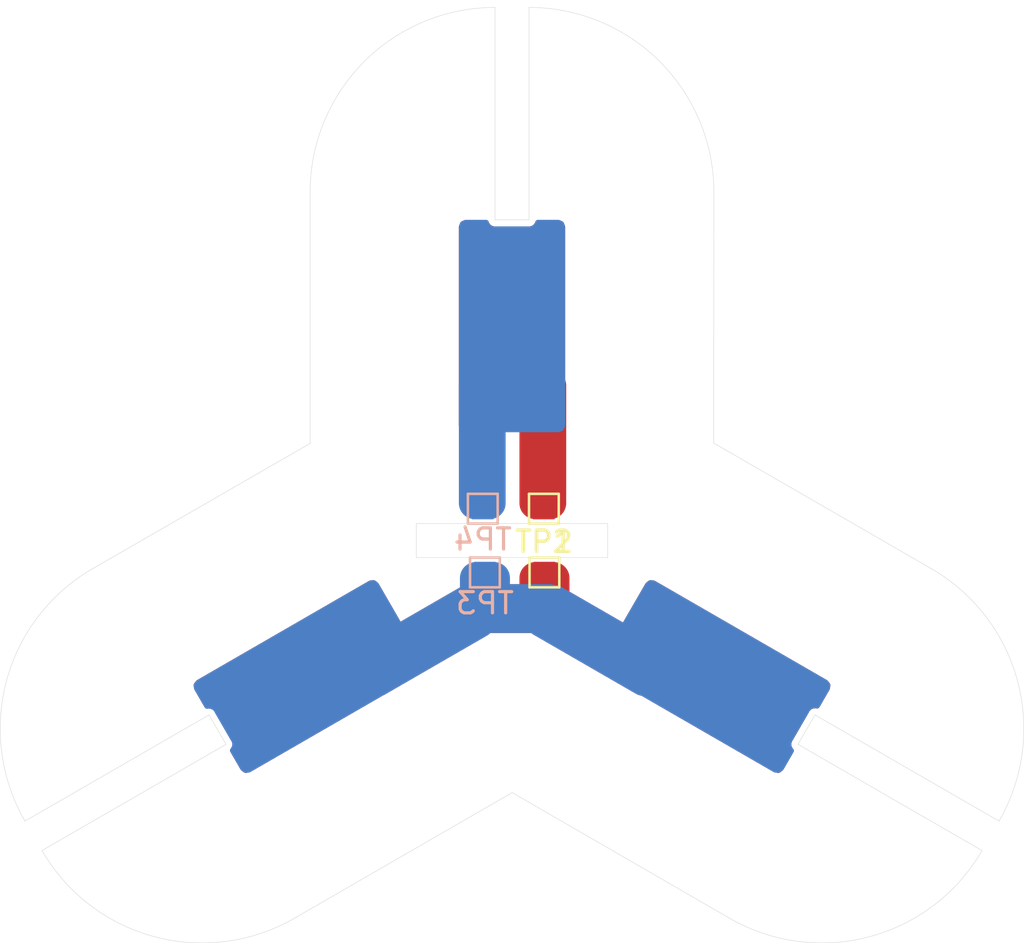
<source format=kicad_pcb>
(kicad_pcb (version 20171130) (host pcbnew "(5.0.2)-1")

  (general
    (thickness 1.6)
    (drawings 30)
    (tracks 44)
    (zones 0)
    (modules 10)
    (nets 3)
  )

  (page A4)
  (layers
    (0 F.Cu signal)
    (31 B.Cu signal)
    (32 B.Adhes user)
    (33 F.Adhes user)
    (34 B.Paste user)
    (35 F.Paste user)
    (36 B.SilkS user)
    (37 F.SilkS user)
    (38 B.Mask user)
    (39 F.Mask user)
    (40 Dwgs.User user)
    (41 Cmts.User user)
    (42 Eco1.User user)
    (43 Eco2.User user)
    (44 Edge.Cuts user)
    (45 Margin user)
    (46 B.CrtYd user hide)
    (47 F.CrtYd user hide)
    (48 B.Fab user hide)
    (49 F.Fab user hide)
  )

  (setup
    (last_trace_width 1.5)
    (trace_clearance 0.2)
    (zone_clearance 0.28)
    (zone_45_only no)
    (trace_min 0.2)
    (segment_width 0.2)
    (edge_width 0.02)
    (via_size 0.8)
    (via_drill 0.4)
    (via_min_size 0.4)
    (via_min_drill 0.3)
    (uvia_size 0.3)
    (uvia_drill 0.1)
    (uvias_allowed no)
    (uvia_min_size 0.2)
    (uvia_min_drill 0.1)
    (pcb_text_width 0.3)
    (pcb_text_size 1.5 1.5)
    (mod_edge_width 0.15)
    (mod_text_size 1 1)
    (mod_text_width 0.15)
    (pad_size 2.1 2.1)
    (pad_drill 1.4)
    (pad_to_mask_clearance 0.051)
    (solder_mask_min_width 0.25)
    (aux_axis_origin 0 0)
    (visible_elements 7EFFF77F)
    (pcbplotparams
      (layerselection 0x01000_ffffffff)
      (usegerberextensions false)
      (usegerberattributes false)
      (usegerberadvancedattributes false)
      (creategerberjobfile false)
      (excludeedgelayer true)
      (linewidth 0.100000)
      (plotframeref false)
      (viasonmask false)
      (mode 1)
      (useauxorigin false)
      (hpglpennumber 1)
      (hpglpenspeed 20)
      (hpglpendiameter 15.000000)
      (psnegative false)
      (psa4output false)
      (plotreference true)
      (plotvalue true)
      (plotinvisibletext false)
      (padsonsilk false)
      (subtractmaskfromsilk false)
      (outputformat 1)
      (mirror false)
      (drillshape 0)
      (scaleselection 1)
      (outputdirectory "CAM/"))
  )

  (net 0 "")
  (net 1 /slot_r)
  (net 2 /slot_l)

  (net_class Default "This is the default net class."
    (clearance 0.2)
    (trace_width 1.5)
    (via_dia 0.8)
    (via_drill 0.4)
    (uvia_dia 0.3)
    (uvia_drill 0.1)
    (add_net /slot_l)
    (add_net /slot_r)
  )

  (module MountingHole:MountingHole_2.7mm_M2.5 (layer F.Cu) (tedit 5DF273BA) (tstamp 5DF29185)
    (at 15.124356 1.803848 240)
    (descr "Mounting Hole 2.7mm, no annular, M2.5")
    (tags "mounting hole 2.7mm no annular m2.5")
    (attr virtual)
    (fp_text reference REF** (at 0 -3.7 240) (layer F.SilkS) hide
      (effects (font (size 1 1) (thickness 0.15)))
    )
    (fp_text value MountingHole_2.7mm_M2.5 (at 0 3.7 240) (layer F.Fab)
      (effects (font (size 1 1) (thickness 0.15)))
    )
    (fp_text user %R (at 0.3 0 240) (layer F.Fab)
      (effects (font (size 1 1) (thickness 0.15)))
    )
    (fp_circle (center 0 0) (end 2.7 0) (layer Cmts.User) (width 0.15))
    (fp_circle (center 0 0) (end 2.95 0) (layer F.CrtYd) (width 0.05))
    (pad 1 np_thru_hole circle (at 0 0 240) (size 2.7 2.7) (drill 2.7) (layers *.Cu *.Mask))
  )

  (module MountingHole:MountingHole_2.7mm_M2.5 (layer F.Cu) (tedit 5DF273BA) (tstamp 5DF2917E)
    (at -9.124356 12.196152 120)
    (descr "Mounting Hole 2.7mm, no annular, M2.5")
    (tags "mounting hole 2.7mm no annular m2.5")
    (attr virtual)
    (fp_text reference REF** (at 0 -3.7 120) (layer F.SilkS) hide
      (effects (font (size 1 1) (thickness 0.15)))
    )
    (fp_text value MountingHole_2.7mm_M2.5 (at 0 3.7 120) (layer F.Fab)
      (effects (font (size 1 1) (thickness 0.15)))
    )
    (fp_text user %R (at 0.3 0 120) (layer F.Fab)
      (effects (font (size 1 1) (thickness 0.15)))
    )
    (fp_circle (center 0 0) (end 2.7 0) (layer Cmts.User) (width 0.15))
    (fp_circle (center 0 0) (end 2.95 0) (layer F.CrtYd) (width 0.05))
    (pad 1 np_thru_hole circle (at 0 0 120) (size 2.7 2.7) (drill 2.7) (layers *.Cu *.Mask))
  )

  (module MountingHole:MountingHole_2.7mm_M2.5 (layer F.Cu) (tedit 5DF273BA) (tstamp 5DF29177)
    (at 9.124356 12.196152 240)
    (descr "Mounting Hole 2.7mm, no annular, M2.5")
    (tags "mounting hole 2.7mm no annular m2.5")
    (attr virtual)
    (fp_text reference REF** (at 0 -3.7 240) (layer F.SilkS) hide
      (effects (font (size 1 1) (thickness 0.15)))
    )
    (fp_text value MountingHole_2.7mm_M2.5 (at 0 3.7 240) (layer F.Fab)
      (effects (font (size 1 1) (thickness 0.15)))
    )
    (fp_circle (center 0 0) (end 2.95 0) (layer F.CrtYd) (width 0.05))
    (fp_circle (center 0 0) (end 2.7 0) (layer Cmts.User) (width 0.15))
    (fp_text user %R (at 0.3 0 240) (layer F.Fab)
      (effects (font (size 1 1) (thickness 0.15)))
    )
    (pad 1 np_thru_hole circle (at 0 0 240) (size 2.7 2.7) (drill 2.7) (layers *.Cu *.Mask))
  )

  (module MountingHole:MountingHole_2.7mm_M2.5 (layer F.Cu) (tedit 5DF273BA) (tstamp 5DF29170)
    (at -15.124356 1.803848 120)
    (descr "Mounting Hole 2.7mm, no annular, M2.5")
    (tags "mounting hole 2.7mm no annular m2.5")
    (attr virtual)
    (fp_text reference REF** (at 0 -3.7 120) (layer F.SilkS) hide
      (effects (font (size 1 1) (thickness 0.15)))
    )
    (fp_text value MountingHole_2.7mm_M2.5 (at 0 3.7 120) (layer F.Fab)
      (effects (font (size 1 1) (thickness 0.15)))
    )
    (fp_circle (center 0 0) (end 2.95 0) (layer F.CrtYd) (width 0.05))
    (fp_circle (center 0 0) (end 2.7 0) (layer Cmts.User) (width 0.15))
    (fp_text user %R (at 0.3 0 120) (layer F.Fab)
      (effects (font (size 1 1) (thickness 0.15)))
    )
    (pad 1 np_thru_hole circle (at 0 0 120) (size 2.7 2.7) (drill 2.7) (layers *.Cu *.Mask))
  )

  (module MountingHole:MountingHole_2.7mm_M2.5 (layer F.Cu) (tedit 5DF273BA) (tstamp 5DF29128)
    (at 6 -14)
    (descr "Mounting Hole 2.7mm, no annular, M2.5")
    (tags "mounting hole 2.7mm no annular m2.5")
    (attr virtual)
    (fp_text reference REF** (at 0 -3.7) (layer F.SilkS) hide
      (effects (font (size 1 1) (thickness 0.15)))
    )
    (fp_text value MountingHole_2.7mm_M2.5 (at 0 3.7) (layer F.Fab)
      (effects (font (size 1 1) (thickness 0.15)))
    )
    (fp_text user %R (at 0.3 0) (layer F.Fab)
      (effects (font (size 1 1) (thickness 0.15)))
    )
    (fp_circle (center 0 0) (end 2.7 0) (layer Cmts.User) (width 0.15))
    (fp_circle (center 0 0) (end 2.95 0) (layer F.CrtYd) (width 0.05))
    (pad 1 np_thru_hole circle (at 0 0) (size 2.7 2.7) (drill 2.7) (layers *.Cu *.Mask))
  )

  (module MountingHole:MountingHole_2.7mm_M2.5 (layer F.Cu) (tedit 5DF273BA) (tstamp 5DF29090)
    (at -6 -14)
    (descr "Mounting Hole 2.7mm, no annular, M2.5")
    (tags "mounting hole 2.7mm no annular m2.5")
    (attr virtual)
    (fp_text reference REF** (at 0 -3.7) (layer F.SilkS) hide
      (effects (font (size 1 1) (thickness 0.15)))
    )
    (fp_text value MountingHole_2.7mm_M2.5 (at 0 3.7) (layer F.Fab)
      (effects (font (size 1 1) (thickness 0.15)))
    )
    (fp_circle (center 0 0) (end 2.95 0) (layer F.CrtYd) (width 0.05))
    (fp_circle (center 0 0) (end 2.7 0) (layer Cmts.User) (width 0.15))
    (fp_text user %R (at 0.3 0) (layer F.Fab)
      (effects (font (size 1 1) (thickness 0.15)))
    )
    (pad 1 np_thru_hole circle (at 0 0) (size 2.7 2.7) (drill 2.7) (layers *.Cu *.Mask))
  )

  (module TestPoint:TestPoint_Pad_1.0x1.0mm (layer F.Cu) (tedit 5A0F774F) (tstamp 5F2C801F)
    (at 1.525 0.6)
    (descr "SMD rectangular pad as test Point, square 1.0mm side length")
    (tags "test point SMD pad rectangle square")
    (path /5F2C7D1F)
    (attr virtual)
    (fp_text reference TP1 (at 0 -1.448) (layer F.SilkS)
      (effects (font (size 1 1) (thickness 0.15)))
    )
    (fp_text value TestPoint (at 0 1.55) (layer F.Fab)
      (effects (font (size 1 1) (thickness 0.15)))
    )
    (fp_text user %R (at 0 -1.45) (layer F.Fab)
      (effects (font (size 1 1) (thickness 0.15)))
    )
    (fp_line (start -0.7 -0.7) (end 0.7 -0.7) (layer F.SilkS) (width 0.12))
    (fp_line (start 0.7 -0.7) (end 0.7 0.7) (layer F.SilkS) (width 0.12))
    (fp_line (start 0.7 0.7) (end -0.7 0.7) (layer F.SilkS) (width 0.12))
    (fp_line (start -0.7 0.7) (end -0.7 -0.7) (layer F.SilkS) (width 0.12))
    (fp_line (start -1 -1) (end 1 -1) (layer F.CrtYd) (width 0.05))
    (fp_line (start -1 -1) (end -1 1) (layer F.CrtYd) (width 0.05))
    (fp_line (start 1 1) (end 1 -1) (layer F.CrtYd) (width 0.05))
    (fp_line (start 1 1) (end -1 1) (layer F.CrtYd) (width 0.05))
    (pad 1 smd rect (at 0 0) (size 1 1) (layers F.Cu F.Mask)
      (net 2 /slot_l))
  )

  (module TestPoint:TestPoint_Pad_1.0x1.0mm (layer F.Cu) (tedit 5A0F774F) (tstamp 5F2C80BF)
    (at 1.5 -2.4)
    (descr "SMD rectangular pad as test Point, square 1.0mm side length")
    (tags "test point SMD pad rectangle square")
    (path /5F2C7DAA)
    (attr virtual)
    (fp_text reference TP2 (at 0 1.55) (layer F.SilkS)
      (effects (font (size 1 1) (thickness 0.15)))
    )
    (fp_text value TestPoint (at 0 1.55) (layer F.Fab)
      (effects (font (size 1 1) (thickness 0.15)))
    )
    (fp_text user %R (at 0 -1.45) (layer F.Fab)
      (effects (font (size 1 1) (thickness 0.15)))
    )
    (fp_line (start -0.7 -0.7) (end 0.7 -0.7) (layer F.SilkS) (width 0.12))
    (fp_line (start 0.7 -0.7) (end 0.7 0.7) (layer F.SilkS) (width 0.12))
    (fp_line (start 0.7 0.7) (end -0.7 0.7) (layer F.SilkS) (width 0.12))
    (fp_line (start -0.7 0.7) (end -0.7 -0.7) (layer F.SilkS) (width 0.12))
    (fp_line (start -1 -1) (end 1 -1) (layer F.CrtYd) (width 0.05))
    (fp_line (start -1 -1) (end -1 1) (layer F.CrtYd) (width 0.05))
    (fp_line (start 1 1) (end 1 -1) (layer F.CrtYd) (width 0.05))
    (fp_line (start 1 1) (end -1 1) (layer F.CrtYd) (width 0.05))
    (pad 1 smd rect (at 0 0) (size 1 1) (layers F.Cu F.Mask)
      (net 2 /slot_l))
  )

  (module TestPoint:TestPoint_Pad_1.0x1.0mm (layer B.Cu) (tedit 5A0F774F) (tstamp 5F2C80CD)
    (at -1.275 0.6)
    (descr "SMD rectangular pad as test Point, square 1.0mm side length")
    (tags "test point SMD pad rectangle square")
    (path /5F2C7E1A)
    (attr virtual)
    (fp_text reference TP3 (at 0 1.448) (layer B.SilkS)
      (effects (font (size 1 1) (thickness 0.15)) (justify mirror))
    )
    (fp_text value TestPoint (at 0 -1.55) (layer B.Fab)
      (effects (font (size 1 1) (thickness 0.15)) (justify mirror))
    )
    (fp_text user %R (at 0 1.45) (layer B.Fab)
      (effects (font (size 1 1) (thickness 0.15)) (justify mirror))
    )
    (fp_line (start -0.7 0.7) (end 0.7 0.7) (layer B.SilkS) (width 0.12))
    (fp_line (start 0.7 0.7) (end 0.7 -0.7) (layer B.SilkS) (width 0.12))
    (fp_line (start 0.7 -0.7) (end -0.7 -0.7) (layer B.SilkS) (width 0.12))
    (fp_line (start -0.7 -0.7) (end -0.7 0.7) (layer B.SilkS) (width 0.12))
    (fp_line (start -1 1) (end 1 1) (layer B.CrtYd) (width 0.05))
    (fp_line (start -1 1) (end -1 -1) (layer B.CrtYd) (width 0.05))
    (fp_line (start 1 -1) (end 1 1) (layer B.CrtYd) (width 0.05))
    (fp_line (start 1 -1) (end -1 -1) (layer B.CrtYd) (width 0.05))
    (pad 1 smd rect (at 0 0) (size 1 1) (layers B.Cu B.Mask)
      (net 1 /slot_r))
  )

  (module TestPoint:TestPoint_Pad_1.0x1.0mm (layer B.Cu) (tedit 5A0F774F) (tstamp 5F2C80DB)
    (at -1.375 -2.4)
    (descr "SMD rectangular pad as test Point, square 1.0mm side length")
    (tags "test point SMD pad rectangle square")
    (path /5F2C7E13)
    (attr virtual)
    (fp_text reference TP4 (at 0 1.448) (layer B.SilkS)
      (effects (font (size 1 1) (thickness 0.15)) (justify mirror))
    )
    (fp_text value TestPoint (at 0 -1.55) (layer B.Fab)
      (effects (font (size 1 1) (thickness 0.15)) (justify mirror))
    )
    (fp_line (start 1 -1) (end -1 -1) (layer B.CrtYd) (width 0.05))
    (fp_line (start 1 -1) (end 1 1) (layer B.CrtYd) (width 0.05))
    (fp_line (start -1 1) (end -1 -1) (layer B.CrtYd) (width 0.05))
    (fp_line (start -1 1) (end 1 1) (layer B.CrtYd) (width 0.05))
    (fp_line (start -0.7 -0.7) (end -0.7 0.7) (layer B.SilkS) (width 0.12))
    (fp_line (start 0.7 -0.7) (end -0.7 -0.7) (layer B.SilkS) (width 0.12))
    (fp_line (start 0.7 0.7) (end 0.7 -0.7) (layer B.SilkS) (width 0.12))
    (fp_line (start -0.7 0.7) (end 0.7 0.7) (layer B.SilkS) (width 0.12))
    (fp_text user %R (at 0 1.45) (layer B.Fab)
      (effects (font (size 1 1) (thickness 0.15)) (justify mirror))
    )
    (pad 1 smd rect (at 0 0) (size 1 1) (layers B.Cu B.Mask)
      (net 1 /slot_r))
  )

  (gr_line (start -4.5 -0.1) (end -4.5 -1.7) (layer Edge.Cuts) (width 0.02) (tstamp 5F2C601B))
  (gr_line (start 4.5 -0.1) (end 4.5 -1.7) (layer Edge.Cuts) (width 0.02) (tstamp 5F2C5F85))
  (gr_line (start -4.5 -0.1) (end 4.5 -0.1) (layer Edge.Cuts) (width 0.02) (tstamp 5F2C5F62))
  (gr_line (start -4.5 -1.7) (end 4.5 -1.7) (layer Edge.Cuts) (width 0.02))
  (gr_line (start 0 0) (end -22.733167 13.125) (layer Eco1.User) (width 0.2) (tstamp 5DF18973))
  (gr_line (start 9.499999 -17.3) (end 9.491489 -5.489741) (layer Edge.Cuts) (width 0.02) (tstamp 5DF28B87))
  (gr_line (start 10.23224 16.877241) (end 0.008511 10.964741) (layer Edge.Cuts) (width 0.02) (tstamp 5DF28B86))
  (gr_line (start 19.732239 0.422759) (end 9.491489 -5.489741) (layer Edge.Cuts) (width 0.02) (tstamp 5DF28B85))
  (gr_line (start -10.232239 16.877241) (end 0.008511 10.964741) (layer Edge.Cuts) (width 0.02) (tstamp 5DF28B84))
  (gr_line (start -19.732239 0.422759) (end -9.5 -5.475) (layer Edge.Cuts) (width 0.02) (tstamp 5DF28B6F))
  (gr_arc (start 15.382239 7.95718) (end 22.91666 12.30718) (angle -90) (layer Edge.Cuts) (width 0.02) (tstamp 5DF28B6D))
  (gr_arc (start -14.582239 9.34282) (end -22.11666 13.69282) (angle -90) (layer Edge.Cuts) (width 0.02) (tstamp 5DF28B6C))
  (gr_arc (start 14.582239 9.34282) (end 10.232239 16.877241) (angle -90) (layer Edge.Cuts) (width 0.02) (tstamp 5DF28B6B))
  (gr_arc (start -15.382239 7.95718) (end -19.732239 0.422759) (angle -90) (layer Edge.Cuts) (width 0.02) (tstamp 5DF28B6A))
  (gr_arc (start 0.8 -17.3) (end 9.5 -17.3) (angle -90) (layer Edge.Cuts) (width 0.02) (tstamp 5DF28B4B))
  (gr_line (start -9.5 -17.3) (end -9.5 -5.475) (layer Edge.Cuts) (width 0.02))
  (gr_arc (start -0.8 -17.3) (end -0.8 -26) (angle -90) (layer Edge.Cuts) (width 0.02) (tstamp 5DF28B2E))
  (gr_line (start -2.696152 7.330127) (end -7.696152 -1.330127) (layer Eco1.User) (width 0.05) (tstamp 5F2C6004))
  (gr_line (start -5 -6) (end 5 -6) (layer Eco1.User) (width 0.05))
  (gr_line (start 14.256406 7.30718) (end 13.456406 8.69282) (layer Edge.Cuts) (width 0.02) (tstamp 5DF18C2F))
  (gr_line (start 22.91666 12.30718) (end 14.256406 7.30718) (layer Edge.Cuts) (width 0.02) (tstamp 5DF18C33))
  (gr_line (start -22.11666 13.69282) (end -13.456406 8.69282) (layer Edge.Cuts) (width 0.02) (tstamp 5DF18C32))
  (gr_line (start 22.11666 13.69282) (end 13.456406 8.69282) (layer Edge.Cuts) (width 0.02) (tstamp 5DF18C31))
  (gr_line (start -22.91666 12.30718) (end -14.256406 7.30718) (layer Edge.Cuts) (width 0.02) (tstamp 5DF18C30))
  (gr_line (start -13.456406 8.69282) (end -14.256406 7.30718) (layer Edge.Cuts) (width 0.02) (tstamp 5DF18C2E))
  (gr_line (start -0.8 -16) (end 0.8 -16) (layer Edge.Cuts) (width 0.02) (tstamp 5DF18C2C))
  (gr_line (start 0.8 -26) (end 0.8 -16) (layer Edge.Cuts) (width 0.02) (tstamp 5DF18C29))
  (gr_line (start -0.8 -26) (end -0.8 -16) (layer Edge.Cuts) (width 0.02) (tstamp 5DF18C26))
  (gr_line (start 0 0) (end 22.733167 13.125) (layer Eco1.User) (width 0.2) (tstamp 5DF18974))
  (gr_line (start 0 0) (end 0 -26.25) (layer Eco1.User) (width 0.2))

  (segment (start 1.5 -8.2) (end 1.5 -2.66001) (width 1.5) (layer F.Cu) (net 2) (tstamp 5F2C5FEA))
  (segment (start 1.8 -8.2) (end 1.8 -2.66001) (width 1.5) (layer F.Cu) (net 2))
  (segment (start 1.5 -8.3) (end 1.6 -8.2) (width 1.5) (layer F.Cu) (net 2))
  (segment (start 1.5 -9.2) (end 1.5 -8.3) (width 1.5) (layer F.Cu) (net 2))
  (segment (start 1.1 -8.2) (end 1.1 -2.66001) (width 1.5) (layer F.Cu) (net 2) (tstamp 5F2C5FEC))
  (segment (start -1.9 1.9) (end 1.755606 1.9) (width 1.5) (layer F.Cu) (net 2) (tstamp 5F2C603E))
  (segment (start -1.953636 2.230967) (end 1.70197 2.230967) (width 1.5) (layer F.Cu) (net 2))
  (segment (start -1.8 2.7) (end 1.855606 2.7) (width 1.5) (layer F.Cu) (net 2) (tstamp 5F2C6040))
  (segment (start -6.751408 5.000962) (end -1.953636 2.230967) (width 1.5) (layer F.Cu) (net 2) (tstamp 5F2C601E))
  (segment (start -6.551408 5.347372) (end -1.753636 2.577377) (width 1.5) (layer F.Cu) (net 2) (tstamp 5F2C6021))
  (segment (start -6.351408 5.693782) (end -1.553636 2.923787) (width 1.5) (layer F.Cu) (net 2) (tstamp 5F2C602B))
  (segment (start -6.901408 4.741154) (end -2.103636 1.971159) (width 1.5) (layer F.Cu) (net 2) (tstamp 5F2C6027))
  (segment (start 6.201408 5.658846) (end 1.403636 2.888851) (width 1.5) (layer F.Cu) (net 2) (tstamp 5F2C5FF8))
  (segment (start 6.351408 5.399038) (end 1.553636 2.629043) (width 1.5) (layer F.Cu) (net 2) (tstamp 5F2C5FFA))
  (segment (start 6.551408 5.052628) (end 1.753636 2.282633) (width 1.5) (layer F.Cu) (net 2) (tstamp 5F2C5FF4))
  (segment (start 6.751408 4.706218) (end 1.953636 1.936223) (width 1.5) (layer F.Cu) (net 2) (tstamp 5F2C5FF2))
  (segment (start 6.438011 5.449038) (end 6.301408 5.485641) (width 1.5) (layer F.Cu) (net 2) (tstamp 5F2C5FF6))
  (segment (start 1.953636 1.936223) (end 1.953636 0.86001) (width 1.5) (layer F.Cu) (net 2))
  (segment (start 1.5 1.936223) (end 1.5 0.86001) (width 1.5) (layer F.Cu) (net 2) (tstamp 5F2C6410))
  (segment (start 1.1 1.936223) (end 1.1 0.86001) (width 1.5) (layer F.Cu) (net 2) (tstamp 5F2C6413))
  (segment (start 1.7 1.936223) (end 1.7 0.86001) (width 1.5) (layer F.Cu) (net 2) (tstamp 5F2C6418))
  (segment (start -6.901408 4.741154) (end -2.103636 1.971159) (width 1.5) (layer B.Cu) (net 1) (tstamp 5F2C6511))
  (segment (start 6.438011 5.449038) (end 6.301408 5.485641) (width 1.5) (layer B.Cu) (net 1) (tstamp 5F2C6512))
  (segment (start -6.351408 5.693782) (end -1.553636 2.923787) (width 1.5) (layer B.Cu) (net 1) (tstamp 5F2C6513))
  (segment (start -6.551408 5.347372) (end -1.753636 2.577377) (width 1.5) (layer B.Cu) (net 1) (tstamp 5F2C6514))
  (segment (start 6.751408 4.706218) (end 1.953636 1.936223) (width 1.5) (layer B.Cu) (net 1) (tstamp 5F2C6515))
  (segment (start 6.551408 5.052628) (end 1.753636 2.282633) (width 1.5) (layer B.Cu) (net 1) (tstamp 5F2C6516))
  (segment (start -1.8 2.7) (end 1.855606 2.7) (width 1.5) (layer B.Cu) (net 1) (tstamp 5F2C6518))
  (segment (start -1.953636 2.230967) (end 1.70197 2.230967) (width 1.5) (layer B.Cu) (net 1) (tstamp 5F2C6519))
  (segment (start 6.351408 5.399038) (end 1.553636 2.629043) (width 1.5) (layer B.Cu) (net 1) (tstamp 5F2C651A))
  (segment (start -1.9 1.9) (end 1.755606 1.9) (width 1.5) (layer B.Cu) (net 1) (tstamp 5F2C651B))
  (segment (start 6.201408 5.658846) (end 1.403636 2.888851) (width 1.5) (layer B.Cu) (net 1) (tstamp 5F2C651C))
  (segment (start -1.1 1.936223) (end -1.1 0.86001) (width 1.5) (layer B.Cu) (net 1) (tstamp 5F2C651D))
  (segment (start -1.7 1.936223) (end -1.7 0.86001) (width 1.5) (layer B.Cu) (net 1) (tstamp 5F2C651E))
  (segment (start -0.846364 1.936223) (end -0.846364 0.86001) (width 1.5) (layer B.Cu) (net 1) (tstamp 5F2C651F))
  (segment (start -1.3 1.936223) (end -1.3 0.86001) (width 1.5) (layer B.Cu) (net 1) (tstamp 5F2C6520))
  (segment (start -1.75 -8.2) (end -1.75 -2.66001) (width 1.5) (layer B.Cu) (net 1) (tstamp 5F2C657B))
  (segment (start -1.35 -8.3) (end -1.25 -8.2) (width 1.5) (layer B.Cu) (net 1) (tstamp 5F2C657C))
  (segment (start -1.05 -8.2) (end -1.05 -2.66001) (width 1.5) (layer B.Cu) (net 1) (tstamp 5F2C657D))
  (segment (start -6.751408 5.000962) (end -1.953636 2.230967) (width 1.5) (layer B.Cu) (net 1) (tstamp 5F2C6517))
  (segment (start -1.35 -8.2) (end -1.35 -2.66001) (width 1.5) (layer B.Cu) (net 1) (tstamp 5F2C657E))
  (segment (start -0.215 -7.8) (end -0.8 -7.8) (width 1.5) (layer F.Cu) (net 2))
  (segment (start -0.8 -6.725) (end -0.8 -7.8) (width 1.5) (layer F.Cu) (net 2))
  (segment (start -0.8 -7.8) (end -0.8 -9.2) (width 1.5) (layer F.Cu) (net 2))

  (zone (net 2) (net_name /slot_l) (layer F.Cu) (tstamp 5F2C730E) (hatch edge 0.508)
    (connect_pads (clearance 0.3))
    (min_thickness 0.254)
    (fill yes (arc_segments 16) (thermal_gap 0.3) (thermal_bridge_width 0.3) (smoothing fillet) (radius 0.3))
    (polygon
      (pts
        (xy 0 -16) (xy 2.5 -16) (xy 2.5 -6) (xy -2.5 -6) (xy -2.5 -16)
      )
    )
    (filled_polygon
      (pts
        (xy -1.211645 -15.829491) (xy -1.115059 -15.684941) (xy -0.970509 -15.588355) (xy -0.843039 -15.563) (xy -0.8 -15.554439)
        (xy -0.756961 -15.563) (xy 0.756961 -15.563) (xy 0.8 -15.554439) (xy 0.843039 -15.563) (xy 0.970509 -15.588355)
        (xy 1.115059 -15.684941) (xy 1.211645 -15.829491) (xy 1.220299 -15.873) (xy 2.174737 -15.873) (xy 2.31493 -15.81493)
        (xy 2.373 -15.674737) (xy 2.373 -6.325263) (xy 2.31493 -6.18507) (xy 2.174737 -6.127) (xy -2.174737 -6.127)
        (xy -2.31493 -6.18507) (xy -2.373 -6.325263) (xy -2.373 -15.674737) (xy -2.31493 -15.81493) (xy -2.174737 -15.873)
        (xy -1.220299 -15.873)
      )
    )
  )
  (zone (net 2) (net_name /slot_l) (layer F.Cu) (tstamp 5F2C730B) (hatch edge 0.508)
    (connect_pads (clearance 0.3))
    (min_thickness 0.254)
    (fill yes (arc_segments 16) (thermal_gap 0.3) (thermal_bridge_width 0.3) (smoothing fillet) (radius 0.3))
    (polygon
      (pts
        (xy -13.856406 8) (xy -15.106406 5.834936) (xy -6.446152 0.834936) (xy -3.946152 5.165064) (xy -12.606406 10.165064)
      )
    )
    (filled_polygon
      (pts
        (xy -6.393506 1.180122) (xy -4.218769 4.946877) (xy -4.198962 5.097324) (xy -4.291338 5.21771) (xy -12.388219 9.892447)
        (xy -12.538666 9.912254) (xy -12.659052 9.819878) (xy -13.136271 8.99331) (xy -13.102919 8.964061) (xy -13.026028 8.80814)
        (xy -13.014657 8.634663) (xy -13.070539 8.47004) (xy -13.099472 8.437048) (xy -13.856433 7.125956) (xy -13.870539 7.0844)
        (xy -13.985166 6.953693) (xy -14.141087 6.876802) (xy -14.314563 6.865431) (xy -14.314564 6.865431) (xy -14.35657 6.87969)
        (xy -14.833789 6.053123) (xy -14.853596 5.902676) (xy -14.76122 5.78229) (xy -6.664339 1.107553) (xy -6.513892 1.087746)
      )
    )
  )
  (zone (net 2) (net_name /slot_l) (layer F.Cu) (tstamp 5F2C7308) (hatch edge 0.508)
    (connect_pads (clearance 0.3))
    (min_thickness 0.254)
    (fill yes (arc_segments 16) (thermal_gap 0.3) (thermal_bridge_width 0.3) (smoothing fillet) (radius 0.3))
    (polygon
      (pts
        (xy 13.856406 8) (xy 12.606406 10.165064) (xy 3.946152 5.165064) (xy 6.446152 0.834936) (xy 15.106406 5.834936)
      )
    )
    (filled_polygon
      (pts
        (xy 6.664339 1.107553) (xy 14.76122 5.78229) (xy 14.853596 5.902676) (xy 14.833789 6.053123) (xy 14.35657 6.879691)
        (xy 14.314563 6.865431) (xy 14.141086 6.876802) (xy 13.985165 6.953693) (xy 13.915571 7.033051) (xy 13.870539 7.0844)
        (xy 13.856434 7.125952) (xy 13.099473 8.437047) (xy 13.070539 8.47004) (xy 13.034047 8.577542) (xy 13.014657 8.634663)
        (xy 13.026028 8.808139) (xy 13.102919 8.96406) (xy 13.136272 8.993309) (xy 12.659052 9.819878) (xy 12.538666 9.912254)
        (xy 12.388219 9.892447) (xy 4.291338 5.21771) (xy 4.198962 5.097324) (xy 4.218769 4.946877) (xy 6.393506 1.180122)
        (xy 6.513892 1.087746)
      )
    )
  )
  (zone (net 1) (net_name /slot_r) (layer B.Cu) (tstamp 5F2C7305) (hatch edge 0.508)
    (connect_pads (clearance 0.3))
    (min_thickness 0.254)
    (fill yes (arc_segments 16) (thermal_gap 0.3) (thermal_bridge_width 0.3) (smoothing fillet) (radius 0.3))
    (polygon
      (pts
        (xy 0 -16) (xy 2.5 -16) (xy 2.5 -6) (xy -2.5 -6) (xy -2.5 -16)
      )
    )
    (filled_polygon
      (pts
        (xy -1.211645 -15.829491) (xy -1.115059 -15.684941) (xy -0.970509 -15.588355) (xy -0.843039 -15.563) (xy -0.8 -15.554439)
        (xy -0.756961 -15.563) (xy 0.756961 -15.563) (xy 0.8 -15.554439) (xy 0.843039 -15.563) (xy 0.970509 -15.588355)
        (xy 1.115059 -15.684941) (xy 1.211645 -15.829491) (xy 1.220299 -15.873) (xy 2.174737 -15.873) (xy 2.31493 -15.81493)
        (xy 2.373 -15.674737) (xy 2.373 -6.325263) (xy 2.31493 -6.18507) (xy 2.174737 -6.127) (xy -2.174737 -6.127)
        (xy -2.31493 -6.18507) (xy -2.373 -6.325263) (xy -2.373 -15.674737) (xy -2.31493 -15.81493) (xy -2.174737 -15.873)
        (xy -1.220299 -15.873)
      )
    )
  )
  (zone (net 1) (net_name /slot_r) (layer B.Cu) (tstamp 5F2C7302) (hatch edge 0.508)
    (connect_pads (clearance 0.28))
    (min_thickness 0.254)
    (fill yes (arc_segments 16) (thermal_gap 0.3) (thermal_bridge_width 0.3) (smoothing fillet) (radius 0.3))
    (polygon
      (pts
        (xy -13.856406 8) (xy -15.106406 5.834936) (xy -6.446152 0.834936) (xy -3.946152 5.165064) (xy -12.606406 10.165064)
      )
    )
    (filled_polygon
      (pts
        (xy -6.393506 1.180122) (xy -4.218769 4.946877) (xy -4.198962 5.097324) (xy -4.291338 5.21771) (xy -12.388219 9.892447)
        (xy -12.538666 9.912254) (xy -12.659052 9.819878) (xy -13.146467 8.97565) (xy -13.119097 8.951647) (xy -13.045725 8.802862)
        (xy -13.034875 8.637325) (xy -13.034875 8.637323) (xy -13.07474 8.519885) (xy -13.088199 8.480236) (xy -13.115807 8.448756)
        (xy -13.87474 7.134246) (xy -13.888199 7.094596) (xy -13.99758 6.969871) (xy -14.146365 6.896499) (xy -14.311901 6.885649)
        (xy -14.311902 6.885649) (xy -14.346374 6.897351) (xy -14.833789 6.053123) (xy -14.853596 5.902676) (xy -14.76122 5.78229)
        (xy -6.664339 1.107553) (xy -6.513892 1.087746)
      )
    )
  )
  (zone (net 1) (net_name /slot_r) (layer B.Cu) (tstamp 5F2C72FF) (hatch edge 0.508)
    (priority 1)
    (connect_pads (clearance 0.3))
    (min_thickness 0.254)
    (fill yes (arc_segments 16) (thermal_gap 0.3) (thermal_bridge_width 0.3) (smoothing fillet) (radius 0.3))
    (polygon
      (pts
        (xy 13.856406 8) (xy 12.606406 10.165064) (xy 3.946152 5.165064) (xy 6.446152 0.834936) (xy 15.106406 5.834936)
      )
    )
    (filled_polygon
      (pts
        (xy 6.664339 1.107553) (xy 14.76122 5.78229) (xy 14.853596 5.902676) (xy 14.833789 6.053123) (xy 14.35657 6.879691)
        (xy 14.314563 6.865431) (xy 14.141086 6.876802) (xy 13.985165 6.953693) (xy 13.915571 7.033051) (xy 13.870539 7.0844)
        (xy 13.856434 7.125952) (xy 13.099473 8.437047) (xy 13.070539 8.47004) (xy 13.034047 8.577542) (xy 13.014657 8.634663)
        (xy 13.026028 8.808139) (xy 13.102919 8.96406) (xy 13.136272 8.993309) (xy 12.659052 9.819878) (xy 12.538666 9.912254)
        (xy 12.388219 9.892447) (xy 4.291338 5.21771) (xy 4.198962 5.097324) (xy 4.218769 4.946877) (xy 6.393506 1.180122)
        (xy 6.513892 1.087746)
      )
    )
  )
)

</source>
